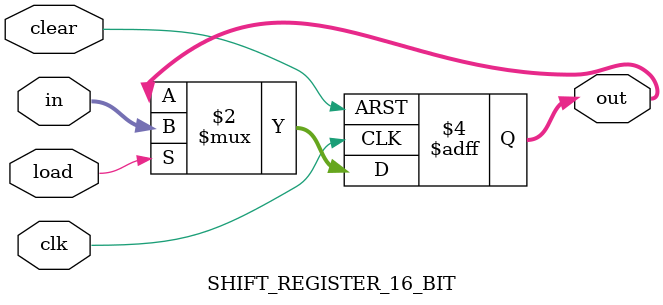
<source format=v>

`timescale 1ns/1ps

module SHIFT_REGISTER_16_BIT(clk, clear, load, in, out);
	input clk, clear, load;
	input[15:0] in;
	output reg[15:0] out;

	always @(posedge clk or posedge clear) begin
		if (clear)
			out <= 16'b0;
		else if (load) 
			out <= in;
	end
endmodule

</source>
